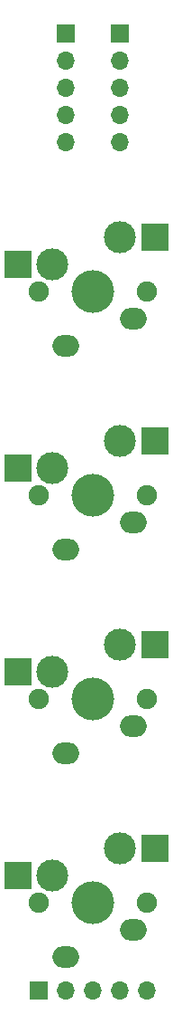
<source format=gbr>
%TF.GenerationSoftware,KiCad,Pcbnew,(6.0.1-0)*%
%TF.CreationDate,2022-01-31T23:33:37+08:00*%
%TF.ProjectId,Phalanx,5068616c-616e-4782-9e6b-696361645f70,rev?*%
%TF.SameCoordinates,Original*%
%TF.FileFunction,Soldermask,Bot*%
%TF.FilePolarity,Negative*%
%FSLAX46Y46*%
G04 Gerber Fmt 4.6, Leading zero omitted, Abs format (unit mm)*
G04 Created by KiCad (PCBNEW (6.0.1-0)) date 2022-01-31 23:33:37*
%MOMM*%
%LPD*%
G01*
G04 APERTURE LIST*
%ADD10R,1.700000X1.700000*%
%ADD11O,1.700000X1.700000*%
%ADD12C,1.900000*%
%ADD13C,3.000000*%
%ADD14C,4.000000*%
%ADD15R,2.550000X2.500000*%
%ADD16O,2.500000X2.000000*%
G04 APERTURE END LIST*
D10*
%TO.C,J3*%
X96520000Y-144145000D03*
D11*
X99060000Y-144145000D03*
X101600000Y-144145000D03*
X104140000Y-144145000D03*
X106680000Y-144145000D03*
%TD*%
D12*
%TO.C,SW4*%
X106680000Y-135890000D03*
D13*
X104140000Y-130810000D03*
D12*
X96520000Y-135890000D03*
D14*
X101600000Y-135890000D03*
D13*
X97790000Y-133350000D03*
D15*
X94515000Y-133350000D03*
D16*
X99060000Y-140970000D03*
X105410000Y-138430000D03*
D15*
X107442000Y-130810000D03*
%TD*%
D12*
%TO.C,SW3*%
X106680000Y-116840000D03*
D13*
X104140000Y-111760000D03*
D12*
X96520000Y-116840000D03*
D14*
X101600000Y-116840000D03*
D13*
X97790000Y-114300000D03*
D15*
X94515000Y-114300000D03*
D16*
X99060000Y-121920000D03*
X105410000Y-119380000D03*
D15*
X107442000Y-111760000D03*
%TD*%
D12*
%TO.C,SW2*%
X106680000Y-97790000D03*
D13*
X104140000Y-92710000D03*
D12*
X96520000Y-97790000D03*
D14*
X101600000Y-97790000D03*
D13*
X97790000Y-95250000D03*
D15*
X94515000Y-95250000D03*
D16*
X99060000Y-102870000D03*
X105410000Y-100330000D03*
D15*
X107442000Y-92710000D03*
%TD*%
D12*
%TO.C,SW1*%
X106680000Y-78740000D03*
D13*
X104140000Y-73660000D03*
D12*
X96520000Y-78740000D03*
D14*
X101600000Y-78740000D03*
D13*
X97790000Y-76200000D03*
D15*
X94515000Y-76200000D03*
D16*
X99060000Y-83820000D03*
X105410000Y-81280000D03*
D15*
X107442000Y-73660000D03*
%TD*%
D10*
%TO.C,J1*%
X104140000Y-54610000D03*
D11*
X104140000Y-57150000D03*
X104140000Y-59690000D03*
X104140000Y-62230000D03*
X104140000Y-64770000D03*
%TD*%
D10*
%TO.C,J2*%
X99060000Y-54610000D03*
D11*
X99060000Y-57150000D03*
X99060000Y-59690000D03*
X99060000Y-62230000D03*
X99060000Y-64770000D03*
%TD*%
M02*

</source>
